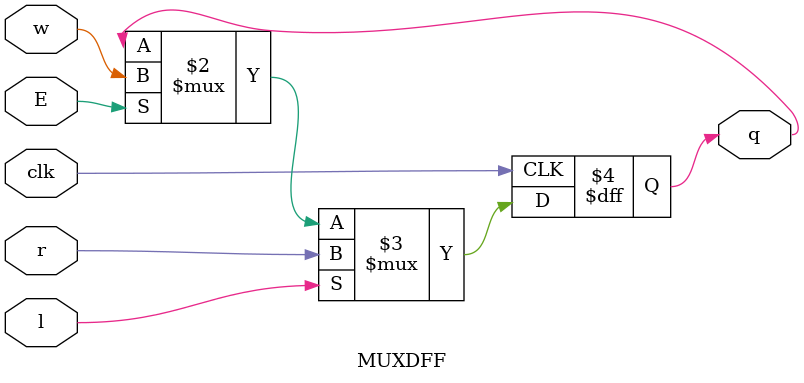
<source format=v>
module top_module (
    input [3:0] SW,
    input [3:0] KEY,
    output [3:0] LEDR
); //
    wire E=KEY[1];
    wire l=KEY[2];
    wire w=KEY[3];
    wire clk=KEY[0];
    wire q0,q1,q2,q3;
    MUXDFF s0(.E(E),.r(SW[0]),.l(l),.w(q1),.clk(clk),.q(q0));
    MUXDFF s1(.E(E),.r(SW[1]),.l(l),.w(q2),.clk(clk),.q(q1));
    MUXDFF s2(.E(E),.r(SW[2]),.l(l),.w(q3),.clk(clk),.q(q2));
    MUXDFF s3(.E(E),.r(SW[3]),.l(l),.w(w),.clk(clk),.q(q3));
    assign LEDR={q3,q2,q1,q0};
endmodule

module MUXDFF (input E,input r,input l,input w,input clk,output reg q);
    always@(posedge clk)
        begin
            q<=l?r:(E?w:q);
        end

endmodule

</source>
